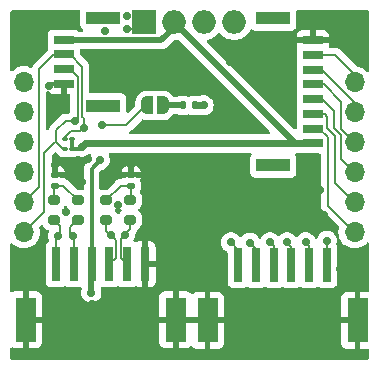
<source format=gbr>
%TF.GenerationSoftware,KiCad,Pcbnew,8.0.6-8.0.6-0~ubuntu22.04.1*%
%TF.CreationDate,2024-12-18T19:37:20+01:00*%
%TF.ProjectId,Xplore ERC IMU HAT,58706c6f-7265-4204-9552-4320494d5520,rev?*%
%TF.SameCoordinates,Original*%
%TF.FileFunction,Copper,L1,Top*%
%TF.FilePolarity,Positive*%
%FSLAX46Y46*%
G04 Gerber Fmt 4.6, Leading zero omitted, Abs format (unit mm)*
G04 Created by KiCad (PCBNEW 8.0.6-8.0.6-0~ubuntu22.04.1) date 2024-12-18 19:37:20*
%MOMM*%
%LPD*%
G01*
G04 APERTURE LIST*
G04 Aperture macros list*
%AMRoundRect*
0 Rectangle with rounded corners*
0 $1 Rounding radius*
0 $2 $3 $4 $5 $6 $7 $8 $9 X,Y pos of 4 corners*
0 Add a 4 corners polygon primitive as box body*
4,1,4,$2,$3,$4,$5,$6,$7,$8,$9,$2,$3,0*
0 Add four circle primitives for the rounded corners*
1,1,$1+$1,$2,$3*
1,1,$1+$1,$4,$5*
1,1,$1+$1,$6,$7*
1,1,$1+$1,$8,$9*
0 Add four rect primitives between the rounded corners*
20,1,$1+$1,$2,$3,$4,$5,0*
20,1,$1+$1,$4,$5,$6,$7,0*
20,1,$1+$1,$6,$7,$8,$9,0*
20,1,$1+$1,$8,$9,$2,$3,0*%
%AMFreePoly0*
4,1,19,0.500000,-0.750000,0.000000,-0.750000,0.000000,-0.744911,-0.071157,-0.744911,-0.207708,-0.704816,-0.327430,-0.627875,-0.420627,-0.520320,-0.479746,-0.390866,-0.500000,-0.250000,-0.500000,0.250000,-0.479746,0.390866,-0.420627,0.520320,-0.327430,0.627875,-0.207708,0.704816,-0.071157,0.744911,0.000000,0.744911,0.000000,0.750000,0.500000,0.750000,0.500000,-0.750000,0.500000,-0.750000,
$1*%
%AMFreePoly1*
4,1,19,0.000000,0.744911,0.071157,0.744911,0.207708,0.704816,0.327430,0.627875,0.420627,0.520320,0.479746,0.390866,0.500000,0.250000,0.500000,-0.250000,0.479746,-0.390866,0.420627,-0.520320,0.327430,-0.627875,0.207708,-0.704816,0.071157,-0.744911,0.000000,-0.744911,0.000000,-0.750000,-0.500000,-0.750000,-0.500000,0.750000,0.000000,0.750000,0.000000,0.744911,0.000000,0.744911,
$1*%
G04 Aperture macros list end*
%TA.AperFunction,SMDPad,CuDef*%
%ADD10FreePoly0,180.000000*%
%TD*%
%TA.AperFunction,SMDPad,CuDef*%
%ADD11FreePoly1,180.000000*%
%TD*%
%TA.AperFunction,SMDPad,CuDef*%
%ADD12RoundRect,0.200000X0.275000X-0.200000X0.275000X0.200000X-0.275000X0.200000X-0.275000X-0.200000X0*%
%TD*%
%TA.AperFunction,SMDPad,CuDef*%
%ADD13RoundRect,0.100000X-0.130000X-0.100000X0.130000X-0.100000X0.130000X0.100000X-0.130000X0.100000X0*%
%TD*%
%TA.AperFunction,SMDPad,CuDef*%
%ADD14RoundRect,0.200000X-0.275000X0.200000X-0.275000X-0.200000X0.275000X-0.200000X0.275000X0.200000X0*%
%TD*%
%TA.AperFunction,SMDPad,CuDef*%
%ADD15R,1.752600X0.660400*%
%TD*%
%TA.AperFunction,SMDPad,CuDef*%
%ADD16R,2.895600X1.092200*%
%TD*%
%TA.AperFunction,SMDPad,CuDef*%
%ADD17RoundRect,0.140000X0.170000X-0.140000X0.170000X0.140000X-0.170000X0.140000X-0.170000X-0.140000X0*%
%TD*%
%TA.AperFunction,SMDPad,CuDef*%
%ADD18R,0.800000X2.899999*%
%TD*%
%TA.AperFunction,SMDPad,CuDef*%
%ADD19R,1.800000X3.800000*%
%TD*%
%TA.AperFunction,ComponentPad*%
%ADD20R,2.000000X2.000000*%
%TD*%
%TA.AperFunction,ComponentPad*%
%ADD21O,2.000000X2.000000*%
%TD*%
%TA.AperFunction,ComponentPad*%
%ADD22O,1.700000X1.700000*%
%TD*%
%TA.AperFunction,SMDPad,CuDef*%
%ADD23RoundRect,0.135000X-0.135000X-0.185000X0.135000X-0.185000X0.135000X0.185000X-0.135000X0.185000X0*%
%TD*%
%TA.AperFunction,SMDPad,CuDef*%
%ADD24R,1.701800X0.660400*%
%TD*%
%TA.AperFunction,ViaPad*%
%ADD25C,0.700000*%
%TD*%
%TA.AperFunction,Conductor*%
%ADD26C,0.300000*%
%TD*%
%TA.AperFunction,Conductor*%
%ADD27C,0.200000*%
%TD*%
%TA.AperFunction,Conductor*%
%ADD28C,0.600000*%
%TD*%
%TA.AperFunction,Conductor*%
%ADD29C,0.500000*%
%TD*%
%TA.AperFunction,Conductor*%
%ADD30C,0.148300*%
%TD*%
G04 APERTURE END LIST*
D10*
%TO.P,JP1,1,A*%
%TO.N,/SLD_R2*%
X143300000Y-72000000D03*
D11*
%TO.P,JP1,2,B*%
%TO.N,/SLD_PIN*%
X142000000Y-72000000D03*
%TD*%
D12*
%TO.P,R1,1*%
%TO.N,/CANSCL+*%
X138550000Y-81675000D03*
%TO.P,R1,2*%
%TO.N,Net-(C3-Pad1)*%
X138550000Y-80025000D03*
%TD*%
D13*
%TO.P,R6,1*%
%TO.N,/SDA*%
X135013860Y-75650000D03*
%TO.P,R6,2*%
%TO.N,+3v3*%
X135653860Y-75650000D03*
%TD*%
D14*
%TO.P,R7,1*%
%TO.N,Net-(C4-Pad1)*%
X134100000Y-80025000D03*
%TO.P,R7,2*%
%TO.N,/CANSDA-*%
X134100000Y-81675000D03*
%TD*%
D12*
%TO.P,R3,1*%
%TO.N,/CANSCL-*%
X140550000Y-81675000D03*
%TO.P,R3,2*%
%TO.N,Net-(C3-Pad1)*%
X140550000Y-80025000D03*
%TD*%
D15*
%TO.P,J1,1,1*%
%TO.N,+3v3*%
X156026500Y-75225000D03*
%TO.P,J1,2,2*%
%TO.N,/INT1*%
X156026500Y-73975000D03*
%TO.P,J1,3,3*%
%TO.N,/INT2*%
X156026500Y-72725000D03*
%TO.P,J1,4,4*%
%TO.N,/INT3*%
X156026500Y-71475000D03*
%TO.P,J1,5,5*%
%TO.N,/INT4*%
X156026500Y-70225000D03*
%TO.P,J1,6,6*%
%TO.N,/MAG_INT*%
X156026500Y-68975000D03*
%TO.P,J1,7,7*%
%TO.N,/DRDY*%
X156026500Y-67725000D03*
%TO.P,J1,8,8*%
%TO.N,GND*%
X156026500Y-66475000D03*
D16*
%TO.P,J1,9*%
%TO.N,N/C*%
X152676499Y-64624998D03*
%TO.P,J1,10*%
X152676499Y-77075002D03*
%TD*%
D13*
%TO.P,R5,1*%
%TO.N,/SCL*%
X135003150Y-74850000D03*
%TO.P,R5,2*%
%TO.N,+3v3*%
X135643150Y-74850000D03*
%TD*%
D17*
%TO.P,C4,1*%
%TO.N,Net-(C4-Pad1)*%
X134200000Y-78830000D03*
%TO.P,C4,2*%
%TO.N,GND*%
X134200000Y-77870000D03*
%TD*%
D18*
%TO.P,J2,1,1*%
%TO.N,/INT1*%
X157204000Y-85500001D03*
%TO.P,J2,2,2*%
%TO.N,/INT2*%
X155704001Y-85500001D03*
%TO.P,J2,3,3*%
%TO.N,/INT3*%
X154204001Y-85500001D03*
%TO.P,J2,4,4*%
%TO.N,/INT4*%
X152703999Y-85500001D03*
%TO.P,J2,5,5*%
%TO.N,/MAG_INT*%
X151204000Y-85500001D03*
%TO.P,J2,6,6*%
%TO.N,/DRDY*%
X149704000Y-85500001D03*
D19*
%TO.P,J2,7,7*%
%TO.N,GND*%
X147104005Y-90200002D03*
%TO.P,J2,8,8*%
X159803995Y-90200002D03*
%TD*%
D18*
%TO.P,J5,1,1*%
%TO.N,/CANSDA-*%
X134304000Y-85450001D03*
%TO.P,J5,2,2*%
%TO.N,/CANSDA+*%
X135804000Y-85450001D03*
%TO.P,J5,3,3*%
%TO.N,+5V*%
X137303999Y-85450001D03*
%TO.P,J5,4,4*%
%TO.N,/CANSCL+*%
X138804001Y-85450001D03*
%TO.P,J5,5,5*%
%TO.N,/CANSCL-*%
X140304001Y-85450001D03*
%TO.P,J5,6,6*%
%TO.N,GND*%
X141804000Y-85450001D03*
D19*
%TO.P,J5,7,7*%
X131704005Y-90150002D03*
%TO.P,J5,8,8*%
X144403995Y-90150002D03*
%TD*%
D14*
%TO.P,R4,1*%
%TO.N,Net-(C4-Pad1)*%
X136100000Y-80025000D03*
%TO.P,R4,2*%
%TO.N,/CANSDA+*%
X136100000Y-81675000D03*
%TD*%
D20*
%TO.P,J4,1,GND*%
%TO.N,GND*%
X141740000Y-64960000D03*
D21*
%TO.P,J4,2,3.3V*%
%TO.N,+3v3*%
X144280000Y-64960000D03*
D22*
%TO.P,J4,3,SPI_SCK*%
%TO.N,unconnected-(J4-SPI_SCK-Pad3)*%
X131550000Y-70040000D03*
%TO.P,J4,4,SPI_MOSI*%
%TO.N,unconnected-(J4-SPI_MOSI-Pad4)*%
X131550000Y-72580000D03*
%TO.P,J4,5,SPI_MISO*%
%TO.N,unconnected-(J4-SPI_MISO-Pad5)*%
X131550000Y-75120000D03*
%TO.P,J4,6,SPI_CS*%
%TO.N,unconnected-(J4-SPI_CS-Pad6)*%
X131550000Y-77660000D03*
%TO.P,J4,7,I2C_SCL*%
%TO.N,/SCL*%
X131550000Y-80200000D03*
%TO.P,J4,8,I2C_SDA*%
%TO.N,/SDA*%
X131550000Y-82740000D03*
%TO.P,J4,9,GPIO_1*%
%TO.N,/INT1*%
X159550000Y-82740000D03*
%TO.P,J4,10,GPIO_2*%
%TO.N,/INT2*%
X159550000Y-80200000D03*
%TO.P,J4,11,GPIO_3*%
%TO.N,/INT3*%
X159550000Y-77660000D03*
%TO.P,J4,12,GPIO_4*%
%TO.N,/INT4*%
X159550000Y-75120000D03*
%TO.P,J4,13,GPIO_5*%
%TO.N,/MAG_INT*%
X159550000Y-72580000D03*
%TO.P,J4,14,GPIO_6*%
%TO.N,/DRDY*%
X159550000Y-70040000D03*
D21*
%TO.P,J4,15,5V*%
%TO.N,+5V*%
X146820000Y-64960000D03*
%TO.P,J4,16,5V*%
X149360000Y-64960000D03*
%TD*%
D23*
%TO.P,R2,1*%
%TO.N,/SLD_R2*%
X145000000Y-72000000D03*
%TO.P,R2,2*%
%TO.N,+5V*%
X146020000Y-72000000D03*
%TD*%
D24*
%TO.P,J3,1,1*%
%TO.N,+3v3*%
X134923500Y-66425000D03*
%TO.P,J3,2,2*%
%TO.N,/SCL*%
X134923500Y-67675000D03*
%TO.P,J3,3,3*%
%TO.N,/SDA*%
X134923500Y-68925000D03*
%TO.P,J3,4,4*%
%TO.N,GND*%
X134923500Y-70175000D03*
D16*
%TO.P,J3,5*%
%TO.N,N/C*%
X138273501Y-72024999D03*
%TO.P,J3,6*%
X138273501Y-64575001D03*
%TD*%
D17*
%TO.P,C3,1*%
%TO.N,Net-(C3-Pad1)*%
X140650000Y-78830000D03*
%TO.P,C3,2*%
%TO.N,GND*%
X140650000Y-77870000D03*
%TD*%
D25*
%TO.N,GND*%
X137450000Y-70161100D03*
X134750000Y-92000000D03*
X159737724Y-66915010D03*
X148955695Y-71700000D03*
X149050000Y-68300000D03*
X143250000Y-85500000D03*
X131613941Y-67822813D03*
X143150000Y-68550000D03*
X151650000Y-81000000D03*
X152800000Y-71650000D03*
X133850000Y-72700000D03*
X137350000Y-88800000D03*
X133650000Y-70350000D03*
X140300000Y-64400000D03*
X155408029Y-92000000D03*
X136000000Y-77000000D03*
X135100000Y-81000000D03*
X151191606Y-89106512D03*
X139550000Y-80450000D03*
X158300000Y-85850000D03*
X138450000Y-65700000D03*
X139708863Y-88517367D03*
X151173206Y-92000000D03*
X138450000Y-89450000D03*
X152650000Y-68400000D03*
X134200000Y-77050000D03*
X156061663Y-64738782D03*
X143500000Y-78500000D03*
X155000000Y-81150000D03*
X137000000Y-76500000D03*
X158737835Y-64827008D03*
X156650000Y-79200000D03*
X157000000Y-81300000D03*
X150000000Y-80950000D03*
X135290002Y-65151542D03*
X140650000Y-77050000D03*
X138751700Y-77500000D03*
X136500000Y-78500000D03*
X140500000Y-92000000D03*
X140300000Y-65550000D03*
X153350000Y-81100000D03*
X131662955Y-65568163D03*
X155226501Y-77192738D03*
X155432124Y-89120695D03*
%TO.N,+5V*%
X138010000Y-76648529D03*
X146770000Y-72000000D03*
X137265422Y-87850000D03*
%TO.N,+3v3*%
X136459612Y-75500000D03*
%TO.N,/CANSCL+*%
X138950000Y-82950000D03*
%TO.N,/CANSCL-*%
X140100000Y-82950000D03*
%TO.N,/CANSDA-*%
X134434620Y-83065380D03*
%TO.N,/CANSDA+*%
X135750000Y-83065380D03*
%TO.N,/INT3*%
X153827001Y-83600000D03*
%TO.N,/INT2*%
X155404001Y-83600000D03*
%TO.N,/MAG_INT*%
X150700000Y-83650000D03*
%TO.N,/DRDY*%
X149100000Y-83600000D03*
%TO.N,/INT1*%
X157200000Y-83450000D03*
%TO.N,/INT4*%
X152403999Y-83600000D03*
%TO.N,/SDA*%
X135911255Y-73318540D03*
%TO.N,/SCL*%
X136606486Y-73890080D03*
%TO.N,/SLD_PIN*%
X138150000Y-73700000D03*
%TD*%
D26*
%TO.N,GND*%
X133825000Y-70175000D02*
X134923500Y-70175000D01*
D27*
X134200000Y-77870000D02*
X134200000Y-77050000D01*
X140300000Y-65550000D02*
X141150000Y-65550000D01*
D26*
X133650000Y-70350000D02*
X133825000Y-70175000D01*
D27*
X141804000Y-85450001D02*
X143200001Y-85450001D01*
X143578995Y-90150002D02*
X143553995Y-90125002D01*
X140650000Y-77870000D02*
X140650000Y-77050000D01*
X141150000Y-65550000D02*
X141740000Y-64960000D01*
X143200001Y-85450001D02*
X143250000Y-85500000D01*
X137436100Y-70175000D02*
X137450000Y-70161100D01*
D28*
%TO.N,+5V*%
X146770000Y-72000000D02*
X146020000Y-72000000D01*
D29*
X137265422Y-87850000D02*
X137265422Y-85488578D01*
D26*
X137303999Y-77354530D02*
X137303999Y-85450001D01*
D29*
X146820000Y-64960000D02*
X146810000Y-64950000D01*
X137265422Y-85488578D02*
X137303999Y-85450001D01*
D26*
X138010000Y-76648529D02*
X137303999Y-77354530D01*
D29*
%TO.N,+3v3*%
X143200000Y-66500000D02*
X144270000Y-65430000D01*
D26*
X135653860Y-74860710D02*
X135643150Y-74850000D01*
D28*
X136734612Y-75225000D02*
X136459612Y-75500000D01*
X154545000Y-75225000D02*
X136734612Y-75225000D01*
X154545000Y-75225000D02*
X156026500Y-75225000D01*
D26*
X136309612Y-75650000D02*
X135653860Y-75650000D01*
D29*
X144270000Y-64970000D02*
X144270000Y-64950000D01*
D26*
X135653860Y-75650000D02*
X135653860Y-74860710D01*
D29*
X144270000Y-65180000D02*
X144270000Y-64950000D01*
D26*
X136459612Y-75500000D02*
X136309612Y-75650000D01*
D29*
X134998500Y-66500000D02*
X143200000Y-66500000D01*
D28*
X144280000Y-64960000D02*
X154545000Y-75225000D01*
D29*
X144270000Y-65430000D02*
X144270000Y-64950000D01*
X134923500Y-66425000D02*
X134998500Y-66500000D01*
D27*
%TO.N,Net-(C3-Pad1)*%
X140650000Y-79925000D02*
X140650000Y-78830000D01*
X140550000Y-80025000D02*
X140650000Y-79925000D01*
X140650000Y-78830000D02*
X139745000Y-78830000D01*
X139745000Y-78830000D02*
X138550000Y-80025000D01*
%TO.N,Net-(C4-Pad1)*%
X134100000Y-78930000D02*
X134200000Y-78830000D01*
X134905000Y-78830000D02*
X136100000Y-80025000D01*
X134100000Y-80025000D02*
X134100000Y-78930000D01*
X134200000Y-78830000D02*
X134905000Y-78830000D01*
D30*
%TO.N,/CANSCL+*%
X139329000Y-83379000D02*
X138550000Y-82600000D01*
X139329000Y-84925002D02*
X139329000Y-83379000D01*
X138550000Y-82600000D02*
X138550000Y-81675000D01*
X138804001Y-85450001D02*
X139329000Y-84925002D01*
%TO.N,/CANSCL-*%
X139779002Y-84925002D02*
X139779002Y-83270998D01*
X140304001Y-85450001D02*
X139779002Y-84925002D01*
X139779002Y-83270998D02*
X140550000Y-82500000D01*
X140550000Y-82500000D02*
X140550000Y-81675000D01*
%TO.N,/CANSDA-*%
X134100000Y-81675000D02*
X134650000Y-82225000D01*
X134650000Y-82225000D02*
X134650000Y-82850000D01*
X134304000Y-83196000D02*
X134304000Y-85450001D01*
X134650000Y-82850000D02*
X134304000Y-83196000D01*
%TO.N,/CANSDA+*%
X136100000Y-81675000D02*
X135500000Y-82275000D01*
X135500000Y-82275000D02*
X135500000Y-82815380D01*
X135500000Y-82815380D02*
X135804000Y-83119380D01*
X135804000Y-83119380D02*
X135804000Y-85450001D01*
D27*
%TO.N,/INT3*%
X154204001Y-83977000D02*
X154204001Y-85500001D01*
X153827001Y-83600000D02*
X154204001Y-83977000D01*
X156026500Y-71475000D02*
X156775000Y-71475000D01*
X158390000Y-74525685D02*
X158390000Y-76500000D01*
X156775000Y-71475000D02*
X157800000Y-72500000D01*
X157800000Y-73935685D02*
X158390000Y-74525685D01*
X157800000Y-72500000D02*
X157800000Y-73935685D01*
X158390000Y-76500000D02*
X159540000Y-77650000D01*
%TO.N,/INT2*%
X155404001Y-83600000D02*
X155704001Y-83900000D01*
X156026500Y-72725000D02*
X157025000Y-72725000D01*
X157025000Y-72725000D02*
X157250000Y-72950000D01*
X157900000Y-74601371D02*
X157900000Y-78550000D01*
X157900000Y-78550000D02*
X159540000Y-80190000D01*
X157250000Y-73951371D02*
X157900000Y-74601371D01*
X155704001Y-83900000D02*
X155704001Y-85500001D01*
X157250000Y-72950000D02*
X157250000Y-73951371D01*
%TO.N,/MAG_INT*%
X150700000Y-83650000D02*
X151204000Y-84154000D01*
X156825000Y-68975000D02*
X159540000Y-71690000D01*
X151204000Y-84154000D02*
X151204000Y-85500001D01*
X156026500Y-68975000D02*
X156825000Y-68975000D01*
X159540000Y-71690000D02*
X159540000Y-72570000D01*
%TO.N,/DRDY*%
X149100000Y-83600000D02*
X149704000Y-84204000D01*
X159540000Y-69340000D02*
X159540000Y-70030000D01*
X157925000Y-67725000D02*
X159540000Y-69340000D01*
X156026500Y-67725000D02*
X157925000Y-67725000D01*
X149704000Y-84204000D02*
X149704000Y-85500001D01*
%TO.N,/INT1*%
X157300000Y-80490000D02*
X159540000Y-82730000D01*
X157300000Y-74692000D02*
X157300000Y-80490000D01*
X157204000Y-83454000D02*
X157204000Y-85500001D01*
X156026500Y-73975000D02*
X156583000Y-73975000D01*
X156583000Y-73975000D02*
X157300000Y-74692000D01*
X157200000Y-83450000D02*
X157204000Y-83454000D01*
%TO.N,/INT4*%
X156929000Y-70225000D02*
X158400000Y-71696000D01*
X152403999Y-83600000D02*
X152703999Y-83900000D01*
X158400000Y-73970000D02*
X159205000Y-74775000D01*
X158400000Y-71696000D02*
X158400000Y-73970000D01*
X156026500Y-70225000D02*
X156929000Y-70225000D01*
X152403999Y-83550000D02*
X152403999Y-83600000D01*
X152703999Y-83900000D02*
X152703999Y-85500001D01*
%TO.N,/SDA*%
X133300000Y-76000000D02*
X134200000Y-75100000D01*
X134200000Y-75100000D02*
X134300000Y-75100000D01*
X136100000Y-73129795D02*
X136100000Y-69600000D01*
X133300000Y-80990000D02*
X133300000Y-76000000D01*
X135081460Y-73318540D02*
X134300000Y-74100000D01*
X134300000Y-74100000D02*
X134300000Y-75100000D01*
X134850000Y-75650000D02*
X135013860Y-75650000D01*
X131550000Y-82740000D02*
X133300000Y-80990000D01*
X134300000Y-75100000D02*
X134850000Y-75650000D01*
X135911255Y-73318540D02*
X136100000Y-73129795D01*
X135425000Y-68925000D02*
X134923500Y-68925000D01*
X136100000Y-69600000D02*
X135425000Y-68925000D01*
X135911255Y-73318540D02*
X135081460Y-73318540D01*
%TO.N,/SCL*%
X135444200Y-67675000D02*
X134923500Y-67675000D01*
X132858758Y-68891242D02*
X132858758Y-78891242D01*
X136606486Y-73890080D02*
X136331623Y-74164943D01*
X136606486Y-73890080D02*
X136606486Y-73106486D01*
X136331623Y-74164943D02*
X135509241Y-74164943D01*
X136500000Y-73000000D02*
X136500000Y-68730800D01*
X136606486Y-73106486D02*
X136500000Y-73000000D01*
X134923500Y-67675000D02*
X134075000Y-67675000D01*
X132858758Y-78891242D02*
X131550000Y-80200000D01*
X134075000Y-67675000D02*
X132858758Y-68891242D01*
X135003150Y-74671034D02*
X135003150Y-74850000D01*
X135509241Y-74164943D02*
X135003150Y-74671034D01*
X136500000Y-68730800D02*
X135444200Y-67675000D01*
D29*
%TO.N,/SLD_R2*%
X145000000Y-72000000D02*
X143300000Y-72000000D01*
D27*
%TO.N,/SLD_PIN*%
X141892400Y-72000000D02*
X142000000Y-72000000D01*
X140192400Y-73700000D02*
X141892400Y-72000000D01*
X138150000Y-73700000D02*
X140192400Y-73700000D01*
%TD*%
%TA.AperFunction,Conductor*%
%TO.N,GND*%
G36*
X150799658Y-76045185D02*
G01*
X150845413Y-76097989D01*
X150855357Y-76167147D01*
X150831885Y-76223810D01*
X150819308Y-76240612D01*
X150784903Y-76286570D01*
X150784901Y-76286573D01*
X150734607Y-76421419D01*
X150728863Y-76474855D01*
X150728200Y-76481025D01*
X150728199Y-76481037D01*
X150728199Y-77668972D01*
X150728200Y-77668978D01*
X150734607Y-77728585D01*
X150784901Y-77863430D01*
X150784905Y-77863437D01*
X150871151Y-77978646D01*
X150871154Y-77978649D01*
X150986363Y-78064895D01*
X150986370Y-78064899D01*
X151121216Y-78115193D01*
X151121215Y-78115193D01*
X151128143Y-78115937D01*
X151180826Y-78121602D01*
X154172171Y-78121601D01*
X154231782Y-78115193D01*
X154366630Y-78064898D01*
X154481845Y-77978648D01*
X154568095Y-77863433D01*
X154618390Y-77728585D01*
X154624799Y-77668975D01*
X154624798Y-76481030D01*
X154618390Y-76421419D01*
X154615063Y-76412500D01*
X154568096Y-76286573D01*
X154568094Y-76286570D01*
X154521112Y-76223810D01*
X154496695Y-76158348D01*
X154511546Y-76090075D01*
X154560951Y-76040669D01*
X154620379Y-76025500D01*
X154956558Y-76025500D01*
X154999891Y-76033318D01*
X155042717Y-76049291D01*
X155042716Y-76049291D01*
X155049644Y-76050035D01*
X155102327Y-76055700D01*
X156575500Y-76055699D01*
X156642539Y-76075384D01*
X156688294Y-76128187D01*
X156699500Y-76179699D01*
X156699500Y-80403330D01*
X156699499Y-80403348D01*
X156699499Y-80569054D01*
X156699498Y-80569054D01*
X156740423Y-80721785D01*
X156769358Y-80771900D01*
X156769359Y-80771904D01*
X156769360Y-80771904D01*
X156789429Y-80806666D01*
X156819479Y-80858714D01*
X156819481Y-80858717D01*
X156938349Y-80977585D01*
X156938355Y-80977590D01*
X158217233Y-82256468D01*
X158250718Y-82317791D01*
X158249327Y-82376241D01*
X158214939Y-82504583D01*
X158214936Y-82504596D01*
X158194341Y-82739999D01*
X158194341Y-82740000D01*
X158214936Y-82975403D01*
X158214938Y-82975413D01*
X158276094Y-83203655D01*
X158276096Y-83203659D01*
X158276097Y-83203663D01*
X158351830Y-83366073D01*
X158375965Y-83417830D01*
X158375967Y-83417834D01*
X158437985Y-83506404D01*
X158511505Y-83611401D01*
X158678599Y-83778495D01*
X158775384Y-83846265D01*
X158872165Y-83914032D01*
X158872167Y-83914033D01*
X158872170Y-83914035D01*
X159086337Y-84013903D01*
X159314592Y-84075063D01*
X159502918Y-84091539D01*
X159549999Y-84095659D01*
X159550000Y-84095659D01*
X159550001Y-84095659D01*
X159589234Y-84092226D01*
X159785408Y-84075063D01*
X160013663Y-84013903D01*
X160227830Y-83914035D01*
X160421401Y-83778495D01*
X160587993Y-83611902D01*
X160649314Y-83578419D01*
X160719005Y-83583403D01*
X160774939Y-83625274D01*
X160799356Y-83690739D01*
X160799672Y-83699584D01*
X160799708Y-87676001D01*
X160780024Y-87743041D01*
X160727220Y-87788796D01*
X160675708Y-87800002D01*
X160053995Y-87800002D01*
X160053995Y-92600002D01*
X160675752Y-92600002D01*
X160742791Y-92619687D01*
X160788546Y-92672491D01*
X160799752Y-92724001D01*
X160799757Y-93284546D01*
X160798230Y-93303945D01*
X160790410Y-93353318D01*
X160778422Y-93390214D01*
X160760213Y-93425952D01*
X160737412Y-93457336D01*
X160709048Y-93485702D01*
X160677664Y-93508506D01*
X160663891Y-93515525D01*
X160641925Y-93526718D01*
X160605030Y-93538707D01*
X160555843Y-93546500D01*
X160536450Y-93548028D01*
X160489568Y-93548031D01*
X160489440Y-93548041D01*
X130666066Y-93555430D01*
X130646644Y-93553904D01*
X130596665Y-93545991D01*
X130559787Y-93534015D01*
X130523477Y-93515525D01*
X130492094Y-93492737D01*
X130485054Y-93485702D01*
X130463276Y-93463938D01*
X130440471Y-93432578D01*
X130421954Y-93396281D01*
X130409950Y-93359408D01*
X130408981Y-93353318D01*
X130402039Y-93309667D01*
X130400500Y-93290190D01*
X130400500Y-92611744D01*
X130420185Y-92544705D01*
X130472989Y-92498950D01*
X130542147Y-92489006D01*
X130567833Y-92495562D01*
X130696625Y-92543598D01*
X130696632Y-92543600D01*
X130756160Y-92550001D01*
X130756177Y-92550002D01*
X131454005Y-92550002D01*
X131954005Y-92550002D01*
X132651833Y-92550002D01*
X132651849Y-92550001D01*
X132711377Y-92543600D01*
X132711384Y-92543598D01*
X132846091Y-92493356D01*
X132846098Y-92493352D01*
X132961192Y-92407192D01*
X132961195Y-92407189D01*
X133047355Y-92292095D01*
X133047359Y-92292088D01*
X133097601Y-92157381D01*
X133097603Y-92157374D01*
X133104004Y-92097846D01*
X143003995Y-92097846D01*
X143010396Y-92157374D01*
X143010398Y-92157381D01*
X143060640Y-92292088D01*
X143060644Y-92292095D01*
X143146804Y-92407189D01*
X143146807Y-92407192D01*
X143261901Y-92493352D01*
X143261908Y-92493356D01*
X143396615Y-92543598D01*
X143396622Y-92543600D01*
X143456150Y-92550001D01*
X143456167Y-92550002D01*
X144153995Y-92550002D01*
X144653995Y-92550002D01*
X145351823Y-92550002D01*
X145351839Y-92550001D01*
X145411367Y-92543600D01*
X145411374Y-92543598D01*
X145546081Y-92493356D01*
X145546088Y-92493352D01*
X145656894Y-92410403D01*
X145722358Y-92385985D01*
X145790631Y-92400836D01*
X145830471Y-92435357D01*
X145846817Y-92457192D01*
X145961911Y-92543352D01*
X145961918Y-92543356D01*
X146096625Y-92593598D01*
X146096632Y-92593600D01*
X146156160Y-92600001D01*
X146156177Y-92600002D01*
X146854005Y-92600002D01*
X147354005Y-92600002D01*
X148051833Y-92600002D01*
X148051849Y-92600001D01*
X148111377Y-92593600D01*
X148111384Y-92593598D01*
X148246091Y-92543356D01*
X148246098Y-92543352D01*
X148361192Y-92457192D01*
X148361195Y-92457189D01*
X148447355Y-92342095D01*
X148447359Y-92342088D01*
X148497601Y-92207381D01*
X148497603Y-92207374D01*
X148504004Y-92147846D01*
X158403995Y-92147846D01*
X158410396Y-92207374D01*
X158410398Y-92207381D01*
X158460640Y-92342088D01*
X158460644Y-92342095D01*
X158546804Y-92457189D01*
X158546807Y-92457192D01*
X158661901Y-92543352D01*
X158661908Y-92543356D01*
X158796615Y-92593598D01*
X158796622Y-92593600D01*
X158856150Y-92600001D01*
X158856167Y-92600002D01*
X159553995Y-92600002D01*
X159553995Y-90450002D01*
X158403995Y-90450002D01*
X158403995Y-92147846D01*
X148504004Y-92147846D01*
X148504005Y-92147829D01*
X148504005Y-90450002D01*
X147354005Y-90450002D01*
X147354005Y-92600002D01*
X146854005Y-92600002D01*
X146854005Y-90450002D01*
X145762367Y-90450002D01*
X145695328Y-90430317D01*
X145674686Y-90413683D01*
X145661005Y-90400002D01*
X144653995Y-90400002D01*
X144653995Y-92550002D01*
X144153995Y-92550002D01*
X144153995Y-90400002D01*
X143003995Y-90400002D01*
X143003995Y-92097846D01*
X133104004Y-92097846D01*
X133104005Y-92097829D01*
X133104005Y-90400002D01*
X131954005Y-90400002D01*
X131954005Y-92550002D01*
X131454005Y-92550002D01*
X131454005Y-89900002D01*
X131954005Y-89900002D01*
X133104005Y-89900002D01*
X133104005Y-88202174D01*
X133104004Y-88202157D01*
X133097603Y-88142629D01*
X133097601Y-88142622D01*
X133047359Y-88007915D01*
X133047355Y-88007908D01*
X132961195Y-87892814D01*
X132961192Y-87892811D01*
X132846098Y-87806651D01*
X132846091Y-87806647D01*
X132711384Y-87756405D01*
X132711377Y-87756403D01*
X132651849Y-87750002D01*
X131954005Y-87750002D01*
X131954005Y-89900002D01*
X131454005Y-89900002D01*
X131454005Y-87750002D01*
X130756160Y-87750002D01*
X130696632Y-87756403D01*
X130696624Y-87756405D01*
X130567833Y-87804441D01*
X130498141Y-87809425D01*
X130436818Y-87775940D01*
X130403334Y-87714616D01*
X130400500Y-87688259D01*
X130400500Y-83799758D01*
X130420185Y-83732719D01*
X130472989Y-83686964D01*
X130542147Y-83677020D01*
X130605703Y-83706045D01*
X130612181Y-83712077D01*
X130678599Y-83778495D01*
X130775384Y-83846265D01*
X130872165Y-83914032D01*
X130872167Y-83914033D01*
X130872170Y-83914035D01*
X131086337Y-84013903D01*
X131314592Y-84075063D01*
X131502918Y-84091539D01*
X131549999Y-84095659D01*
X131550000Y-84095659D01*
X131550001Y-84095659D01*
X131589234Y-84092226D01*
X131785408Y-84075063D01*
X132013663Y-84013903D01*
X132227830Y-83914035D01*
X132421401Y-83778495D01*
X132588495Y-83611401D01*
X132724035Y-83417830D01*
X132823903Y-83203663D01*
X132885063Y-82975408D01*
X132905659Y-82740000D01*
X132904067Y-82721809D01*
X132896619Y-82636671D01*
X132885063Y-82504592D01*
X132850671Y-82376239D01*
X132852334Y-82306393D01*
X132882763Y-82256470D01*
X132991658Y-82147576D01*
X133052978Y-82114093D01*
X133122670Y-82119077D01*
X133178603Y-82160949D01*
X133185452Y-82171108D01*
X133269528Y-82310185D01*
X133269531Y-82310189D01*
X133389811Y-82430469D01*
X133389813Y-82430470D01*
X133389815Y-82430472D01*
X133535394Y-82518478D01*
X133584775Y-82533865D01*
X133642921Y-82572601D01*
X133670896Y-82636626D01*
X133659815Y-82705611D01*
X133655275Y-82714244D01*
X133653369Y-82717544D01*
X133598124Y-82887572D01*
X133598123Y-82887574D01*
X133579435Y-83065380D01*
X133598123Y-83243185D01*
X133598124Y-83243187D01*
X133653367Y-83413209D01*
X133653370Y-83413215D01*
X133656034Y-83417830D01*
X133658488Y-83422079D01*
X133674961Y-83489979D01*
X133652109Y-83556006D01*
X133625413Y-83583345D01*
X133546452Y-83642456D01*
X133460206Y-83757665D01*
X133460202Y-83757672D01*
X133409908Y-83892518D01*
X133403501Y-83952117D01*
X133403500Y-83952136D01*
X133403500Y-86947871D01*
X133403501Y-86947877D01*
X133409908Y-87007484D01*
X133460202Y-87142329D01*
X133460206Y-87142336D01*
X133546452Y-87257545D01*
X133546455Y-87257548D01*
X133661664Y-87343794D01*
X133661671Y-87343798D01*
X133796517Y-87394092D01*
X133796516Y-87394092D01*
X133802842Y-87394772D01*
X133856127Y-87400501D01*
X134751872Y-87400500D01*
X134811483Y-87394092D01*
X134879225Y-87368826D01*
X134946329Y-87343798D01*
X134946329Y-87343797D01*
X134946331Y-87343797D01*
X134979689Y-87318824D01*
X135045151Y-87294407D01*
X135113425Y-87309258D01*
X135128305Y-87318821D01*
X135161669Y-87343797D01*
X135161670Y-87343797D01*
X135161670Y-87343798D01*
X135296517Y-87394092D01*
X135296516Y-87394092D01*
X135302842Y-87394772D01*
X135356127Y-87400501D01*
X136251872Y-87400500D01*
X136311483Y-87394092D01*
X136311485Y-87394091D01*
X136311487Y-87394091D01*
X136319031Y-87392309D01*
X136319613Y-87394772D01*
X136376973Y-87390653D01*
X136438306Y-87424121D01*
X136471809Y-87485434D01*
X136468581Y-87550144D01*
X136428927Y-87672189D01*
X136428925Y-87672194D01*
X136410237Y-87850000D01*
X136428925Y-88027805D01*
X136428926Y-88027807D01*
X136484169Y-88197829D01*
X136484172Y-88197835D01*
X136573563Y-88352665D01*
X136615234Y-88398946D01*
X136693186Y-88485521D01*
X136693189Y-88485523D01*
X136693192Y-88485526D01*
X136837829Y-88590612D01*
X137001155Y-88663329D01*
X137176031Y-88700500D01*
X137176032Y-88700500D01*
X137354811Y-88700500D01*
X137354813Y-88700500D01*
X137529689Y-88663329D01*
X137693015Y-88590612D01*
X137837652Y-88485526D01*
X137957281Y-88352665D01*
X138044177Y-88202157D01*
X143003995Y-88202157D01*
X143003995Y-89900002D01*
X144153995Y-89900002D01*
X144653995Y-89900002D01*
X145745633Y-89900002D01*
X145812672Y-89919687D01*
X145833314Y-89936321D01*
X145846995Y-89950002D01*
X146854005Y-89950002D01*
X147354005Y-89950002D01*
X148504005Y-89950002D01*
X148504005Y-88252174D01*
X148504004Y-88252157D01*
X158403995Y-88252157D01*
X158403995Y-89950002D01*
X159553995Y-89950002D01*
X159553995Y-87800002D01*
X158856150Y-87800002D01*
X158796622Y-87806403D01*
X158796615Y-87806405D01*
X158661908Y-87856647D01*
X158661901Y-87856651D01*
X158546807Y-87942811D01*
X158546804Y-87942814D01*
X158460644Y-88057908D01*
X158460640Y-88057915D01*
X158410398Y-88192622D01*
X158410396Y-88192629D01*
X158403995Y-88252157D01*
X148504004Y-88252157D01*
X148497603Y-88192629D01*
X148497601Y-88192622D01*
X148447359Y-88057915D01*
X148447355Y-88057908D01*
X148361195Y-87942814D01*
X148361192Y-87942811D01*
X148246098Y-87856651D01*
X148246091Y-87856647D01*
X148111384Y-87806405D01*
X148111377Y-87806403D01*
X148051849Y-87800002D01*
X147354005Y-87800002D01*
X147354005Y-89950002D01*
X146854005Y-89950002D01*
X146854005Y-87800002D01*
X146156160Y-87800002D01*
X146096632Y-87806403D01*
X146096625Y-87806405D01*
X145961918Y-87856647D01*
X145961916Y-87856649D01*
X145851105Y-87939602D01*
X145785641Y-87964019D01*
X145717368Y-87949167D01*
X145677527Y-87914645D01*
X145661183Y-87892812D01*
X145661182Y-87892811D01*
X145546088Y-87806651D01*
X145546081Y-87806647D01*
X145411374Y-87756405D01*
X145411367Y-87756403D01*
X145351839Y-87750002D01*
X144653995Y-87750002D01*
X144653995Y-89900002D01*
X144153995Y-89900002D01*
X144153995Y-87750002D01*
X143456150Y-87750002D01*
X143396622Y-87756403D01*
X143396615Y-87756405D01*
X143261908Y-87806647D01*
X143261901Y-87806651D01*
X143146807Y-87892811D01*
X143146804Y-87892814D01*
X143060644Y-88007908D01*
X143060640Y-88007915D01*
X143010398Y-88142622D01*
X143010396Y-88142629D01*
X143003995Y-88202157D01*
X138044177Y-88202157D01*
X138046672Y-88197835D01*
X138101919Y-88027803D01*
X138120607Y-87850000D01*
X138101919Y-87672197D01*
X138051622Y-87517399D01*
X138049627Y-87447558D01*
X138085707Y-87387725D01*
X138148408Y-87356897D01*
X138212884Y-87362898D01*
X138296518Y-87394092D01*
X138356128Y-87400501D01*
X139251873Y-87400500D01*
X139311484Y-87394092D01*
X139379226Y-87368826D01*
X139446330Y-87343798D01*
X139446330Y-87343797D01*
X139446332Y-87343797D01*
X139479690Y-87318824D01*
X139545152Y-87294407D01*
X139613426Y-87309258D01*
X139628306Y-87318821D01*
X139661670Y-87343797D01*
X139661671Y-87343797D01*
X139661671Y-87343798D01*
X139796518Y-87394092D01*
X139796517Y-87394092D01*
X139802843Y-87394772D01*
X139856128Y-87400501D01*
X140751873Y-87400500D01*
X140811484Y-87394092D01*
X140946332Y-87343797D01*
X140980106Y-87318513D01*
X141045569Y-87294096D01*
X141113842Y-87308947D01*
X141128728Y-87318514D01*
X141161906Y-87343351D01*
X141161913Y-87343355D01*
X141296620Y-87393597D01*
X141296627Y-87393599D01*
X141356155Y-87400000D01*
X141356172Y-87400001D01*
X141554000Y-87400001D01*
X142054000Y-87400001D01*
X142251828Y-87400001D01*
X142251844Y-87400000D01*
X142311372Y-87393599D01*
X142311379Y-87393597D01*
X142446086Y-87343355D01*
X142446093Y-87343351D01*
X142561187Y-87257191D01*
X142561190Y-87257188D01*
X142647350Y-87142094D01*
X142647354Y-87142087D01*
X142697596Y-87007380D01*
X142697598Y-87007373D01*
X142703999Y-86947845D01*
X142704000Y-86947828D01*
X142704000Y-85700001D01*
X142054000Y-85700001D01*
X142054000Y-87400001D01*
X141554000Y-87400001D01*
X141554000Y-85200001D01*
X142054000Y-85200001D01*
X142704000Y-85200001D01*
X142704000Y-83952173D01*
X142703999Y-83952156D01*
X142697598Y-83892628D01*
X142697596Y-83892621D01*
X142647354Y-83757914D01*
X142647350Y-83757907D01*
X142561190Y-83642813D01*
X142561187Y-83642810D01*
X142504001Y-83600000D01*
X148244815Y-83600000D01*
X148263503Y-83777805D01*
X148263504Y-83777807D01*
X148318747Y-83947829D01*
X148318750Y-83947835D01*
X148408141Y-84102665D01*
X148449812Y-84148946D01*
X148527764Y-84235521D01*
X148527767Y-84235523D01*
X148527770Y-84235526D01*
X148672407Y-84340612D01*
X148729937Y-84366226D01*
X148783172Y-84411474D01*
X148803494Y-84478323D01*
X148803500Y-84479504D01*
X148803500Y-86997871D01*
X148803501Y-86997877D01*
X148809908Y-87057484D01*
X148860202Y-87192329D01*
X148860206Y-87192336D01*
X148946452Y-87307545D01*
X148946455Y-87307548D01*
X149061664Y-87393794D01*
X149061671Y-87393798D01*
X149196517Y-87444092D01*
X149196516Y-87444092D01*
X149203444Y-87444836D01*
X149256127Y-87450501D01*
X150151872Y-87450500D01*
X150211483Y-87444092D01*
X150328357Y-87400501D01*
X150346329Y-87393798D01*
X150346329Y-87393797D01*
X150346331Y-87393797D01*
X150379689Y-87368824D01*
X150445151Y-87344407D01*
X150513425Y-87359258D01*
X150528305Y-87368821D01*
X150561669Y-87393797D01*
X150561670Y-87393797D01*
X150561670Y-87393798D01*
X150696517Y-87444092D01*
X150696516Y-87444092D01*
X150703444Y-87444836D01*
X150756127Y-87450501D01*
X151651872Y-87450500D01*
X151711483Y-87444092D01*
X151846331Y-87393797D01*
X151879691Y-87368823D01*
X151945148Y-87344407D01*
X152013421Y-87359257D01*
X152028308Y-87368823D01*
X152059680Y-87392309D01*
X152061667Y-87393796D01*
X152061670Y-87393798D01*
X152196516Y-87444092D01*
X152196515Y-87444092D01*
X152203443Y-87444836D01*
X152256126Y-87450501D01*
X153151871Y-87450500D01*
X153211482Y-87444092D01*
X153346330Y-87393797D01*
X153379688Y-87368824D01*
X153445152Y-87344407D01*
X153513426Y-87359258D01*
X153528310Y-87368824D01*
X153559682Y-87392309D01*
X153561669Y-87393796D01*
X153561672Y-87393798D01*
X153696518Y-87444092D01*
X153696517Y-87444092D01*
X153703445Y-87444836D01*
X153756128Y-87450501D01*
X154651873Y-87450500D01*
X154711484Y-87444092D01*
X154828358Y-87400501D01*
X154846330Y-87393798D01*
X154846330Y-87393797D01*
X154846332Y-87393797D01*
X154879690Y-87368824D01*
X154945152Y-87344407D01*
X155013426Y-87359258D01*
X155028306Y-87368821D01*
X155061670Y-87393797D01*
X155061671Y-87393797D01*
X155061671Y-87393798D01*
X155196518Y-87444092D01*
X155196517Y-87444092D01*
X155203445Y-87444836D01*
X155256128Y-87450501D01*
X156151873Y-87450500D01*
X156211484Y-87444092D01*
X156346332Y-87393797D01*
X156379692Y-87368823D01*
X156445149Y-87344407D01*
X156513422Y-87359257D01*
X156528309Y-87368823D01*
X156559681Y-87392309D01*
X156561668Y-87393796D01*
X156561671Y-87393798D01*
X156696517Y-87444092D01*
X156696516Y-87444092D01*
X156703444Y-87444836D01*
X156756127Y-87450501D01*
X157651872Y-87450500D01*
X157711483Y-87444092D01*
X157846331Y-87393797D01*
X157961546Y-87307547D01*
X158047796Y-87192332D01*
X158098091Y-87057484D01*
X158104500Y-86997874D01*
X158104499Y-84002129D01*
X158098091Y-83942518D01*
X158087466Y-83914032D01*
X158047797Y-83807673D01*
X158047796Y-83807670D01*
X158037695Y-83794178D01*
X158013279Y-83728717D01*
X158019032Y-83681550D01*
X158036497Y-83627803D01*
X158055185Y-83450000D01*
X158036497Y-83272197D01*
X157995927Y-83147335D01*
X157981252Y-83102170D01*
X157981249Y-83102164D01*
X157978461Y-83097335D01*
X157891859Y-82947335D01*
X157845003Y-82895296D01*
X157772235Y-82814478D01*
X157772232Y-82814476D01*
X157772231Y-82814475D01*
X157772230Y-82814474D01*
X157627593Y-82709388D01*
X157464267Y-82636671D01*
X157464265Y-82636670D01*
X157336594Y-82609533D01*
X157289391Y-82599500D01*
X157110609Y-82599500D01*
X157079954Y-82606015D01*
X156935733Y-82636670D01*
X156935728Y-82636672D01*
X156772408Y-82709387D01*
X156627768Y-82814475D01*
X156508140Y-82947336D01*
X156418750Y-83102164D01*
X156418748Y-83102168D01*
X156389540Y-83192062D01*
X156350102Y-83249737D01*
X156285743Y-83276935D01*
X156216897Y-83265020D01*
X156165421Y-83217776D01*
X156164277Y-83215837D01*
X156095860Y-83097335D01*
X156087905Y-83088501D01*
X155976236Y-82964478D01*
X155976233Y-82964476D01*
X155976232Y-82964475D01*
X155976231Y-82964474D01*
X155831594Y-82859388D01*
X155668268Y-82786671D01*
X155668266Y-82786670D01*
X155540595Y-82759533D01*
X155493392Y-82749500D01*
X155314610Y-82749500D01*
X155283955Y-82756015D01*
X155139734Y-82786670D01*
X155139729Y-82786672D01*
X154976409Y-82859387D01*
X154831769Y-82964475D01*
X154707794Y-83102164D01*
X154705612Y-83100199D01*
X154660259Y-83135029D01*
X154590634Y-83140869D01*
X154528904Y-83108140D01*
X154523498Y-83101902D01*
X154523208Y-83102164D01*
X154399236Y-82964478D01*
X154399233Y-82964476D01*
X154399232Y-82964475D01*
X154399231Y-82964474D01*
X154254594Y-82859388D01*
X154091268Y-82786671D01*
X154091266Y-82786670D01*
X153963595Y-82759533D01*
X153916392Y-82749500D01*
X153737610Y-82749500D01*
X153706955Y-82756015D01*
X153562734Y-82786670D01*
X153562729Y-82786672D01*
X153399409Y-82859387D01*
X153254769Y-82964475D01*
X153207649Y-83016807D01*
X153148162Y-83053455D01*
X153078305Y-83052124D01*
X153023350Y-83016806D01*
X152976234Y-82964478D01*
X152976231Y-82964476D01*
X152976230Y-82964475D01*
X152976229Y-82964474D01*
X152831592Y-82859388D01*
X152668266Y-82786671D01*
X152668264Y-82786670D01*
X152540593Y-82759533D01*
X152493390Y-82749500D01*
X152314608Y-82749500D01*
X152283953Y-82756015D01*
X152139732Y-82786670D01*
X152139727Y-82786672D01*
X151976407Y-82859387D01*
X151831767Y-82964475D01*
X151712140Y-83097334D01*
X151644952Y-83213707D01*
X151594385Y-83261922D01*
X151525777Y-83275144D01*
X151460913Y-83249176D01*
X151430179Y-83213707D01*
X151391859Y-83147335D01*
X151380779Y-83135029D01*
X151272235Y-83014478D01*
X151272232Y-83014476D01*
X151272231Y-83014475D01*
X151272230Y-83014474D01*
X151127593Y-82909388D01*
X150964267Y-82836671D01*
X150964265Y-82836670D01*
X150836594Y-82809533D01*
X150789391Y-82799500D01*
X150610609Y-82799500D01*
X150579954Y-82806015D01*
X150435733Y-82836670D01*
X150435728Y-82836672D01*
X150272408Y-82909387D01*
X150127768Y-83014475D01*
X150008148Y-83147326D01*
X149948662Y-83183974D01*
X149878805Y-83182643D01*
X149820757Y-83143756D01*
X149808611Y-83126351D01*
X149794649Y-83102168D01*
X149791859Y-83097335D01*
X149791858Y-83097334D01*
X149672235Y-82964478D01*
X149672232Y-82964476D01*
X149672231Y-82964475D01*
X149672230Y-82964474D01*
X149527593Y-82859388D01*
X149364267Y-82786671D01*
X149364265Y-82786670D01*
X149236594Y-82759533D01*
X149189391Y-82749500D01*
X149010609Y-82749500D01*
X148979954Y-82756015D01*
X148835733Y-82786670D01*
X148835728Y-82786672D01*
X148672408Y-82859387D01*
X148527768Y-82964475D01*
X148408140Y-83097336D01*
X148318750Y-83252164D01*
X148318747Y-83252170D01*
X148263504Y-83422192D01*
X148263503Y-83422194D01*
X148244815Y-83600000D01*
X142504001Y-83600000D01*
X142446093Y-83556650D01*
X142446086Y-83556646D01*
X142311379Y-83506404D01*
X142311372Y-83506402D01*
X142251844Y-83500001D01*
X142054000Y-83500001D01*
X142054000Y-85200001D01*
X141554000Y-85200001D01*
X141554000Y-83500001D01*
X141356155Y-83500001D01*
X141296627Y-83506402D01*
X141296620Y-83506404D01*
X141161913Y-83556646D01*
X141161911Y-83556647D01*
X141128727Y-83581489D01*
X141063262Y-83605905D01*
X140994989Y-83591053D01*
X140980106Y-83581488D01*
X140946332Y-83556205D01*
X140946329Y-83556203D01*
X140907392Y-83541681D01*
X140851458Y-83499810D01*
X140827041Y-83434346D01*
X140841892Y-83366073D01*
X140843284Y-83363593D01*
X140881250Y-83297835D01*
X140936497Y-83127803D01*
X140955185Y-82950000D01*
X140955184Y-82949997D01*
X140955587Y-82946171D01*
X140982172Y-82881557D01*
X140991229Y-82871450D01*
X140995707Y-82866971D01*
X141009835Y-82852844D01*
X141085489Y-82721807D01*
X141089829Y-82705611D01*
X141095397Y-82684833D01*
X141108301Y-82636671D01*
X141124651Y-82575654D01*
X141124651Y-82575645D01*
X141125712Y-82567594D01*
X141128859Y-82568008D01*
X141144336Y-82515302D01*
X141184502Y-82476224D01*
X141260180Y-82430475D01*
X141260179Y-82430475D01*
X141260185Y-82430472D01*
X141380472Y-82310185D01*
X141468478Y-82164606D01*
X141519086Y-82002196D01*
X141525500Y-81931616D01*
X141525500Y-81418384D01*
X141519086Y-81347804D01*
X141468478Y-81185394D01*
X141380472Y-81039815D01*
X141380470Y-81039813D01*
X141380469Y-81039811D01*
X141278339Y-80937681D01*
X141244854Y-80876358D01*
X141249838Y-80806666D01*
X141278339Y-80762319D01*
X141380468Y-80660189D01*
X141380469Y-80660188D01*
X141380472Y-80660185D01*
X141468478Y-80514606D01*
X141519086Y-80352196D01*
X141525500Y-80281616D01*
X141525500Y-79768384D01*
X141519086Y-79697804D01*
X141468478Y-79535394D01*
X141386161Y-79399226D01*
X141368326Y-79331675D01*
X141385547Y-79271959D01*
X141412494Y-79226395D01*
X141457643Y-79070993D01*
X141460500Y-79034690D01*
X141460500Y-78625310D01*
X141457643Y-78589007D01*
X141444950Y-78545319D01*
X141412495Y-78433609D01*
X141412494Y-78433605D01*
X141400089Y-78412630D01*
X141382906Y-78344909D01*
X141400091Y-78286384D01*
X141412032Y-78266194D01*
X141454504Y-78120000D01*
X141148352Y-78120000D01*
X141085233Y-78102732D01*
X141076395Y-78097506D01*
X141076393Y-78097505D01*
X141076389Y-78097503D01*
X140920997Y-78052357D01*
X140920991Y-78052356D01*
X140884697Y-78049500D01*
X140884690Y-78049500D01*
X140415310Y-78049500D01*
X140415302Y-78049500D01*
X140379008Y-78052356D01*
X140379002Y-78052357D01*
X140223610Y-78097503D01*
X140223605Y-78097506D01*
X140214766Y-78102732D01*
X140151648Y-78120000D01*
X139845495Y-78120000D01*
X139831037Y-78139255D01*
X139831033Y-78140774D01*
X139793091Y-78199444D01*
X139729453Y-78228288D01*
X139712156Y-78229500D01*
X139665942Y-78229500D01*
X139513213Y-78270423D01*
X139478022Y-78290742D01*
X139478021Y-78290742D01*
X139376287Y-78349477D01*
X139376282Y-78349481D01*
X139264478Y-78461286D01*
X138637584Y-79088181D01*
X138576261Y-79121666D01*
X138549903Y-79124500D01*
X138218384Y-79124500D01*
X138165449Y-79129310D01*
X138147803Y-79130914D01*
X138115387Y-79141015D01*
X138045527Y-79142165D01*
X137986135Y-79105363D01*
X137956068Y-79042293D01*
X137954499Y-79022629D01*
X137954499Y-77675338D01*
X137970748Y-77620000D01*
X139845496Y-77620000D01*
X140400000Y-77620000D01*
X140900000Y-77620000D01*
X141454504Y-77620000D01*
X141412031Y-77473804D01*
X141329721Y-77334625D01*
X141329714Y-77334616D01*
X141215383Y-77220285D01*
X141215374Y-77220278D01*
X141076195Y-77137968D01*
X141076190Y-77137966D01*
X140920918Y-77092855D01*
X140920912Y-77092854D01*
X140900000Y-77091209D01*
X140900000Y-77620000D01*
X140400000Y-77620000D01*
X140400000Y-77091210D01*
X140399999Y-77091209D01*
X140379087Y-77092854D01*
X140379081Y-77092855D01*
X140223809Y-77137966D01*
X140223804Y-77137968D01*
X140084625Y-77220278D01*
X140084616Y-77220285D01*
X139970285Y-77334616D01*
X139970278Y-77334625D01*
X139887968Y-77473804D01*
X139845496Y-77620000D01*
X137970748Y-77620000D01*
X137974184Y-77608299D01*
X137990818Y-77587657D01*
X138048091Y-77530384D01*
X138109414Y-77496899D01*
X138109642Y-77496849D01*
X138244978Y-77468083D01*
X138274263Y-77461859D01*
X138274263Y-77461858D01*
X138274267Y-77461858D01*
X138437593Y-77389141D01*
X138582230Y-77284055D01*
X138701859Y-77151194D01*
X138791250Y-76996364D01*
X138846497Y-76826332D01*
X138865185Y-76648529D01*
X138846497Y-76470726D01*
X138802412Y-76335046D01*
X138791252Y-76300699D01*
X138791250Y-76300696D01*
X138791250Y-76300694D01*
X138739754Y-76211500D01*
X138723281Y-76143599D01*
X138746134Y-76077573D01*
X138801055Y-76034382D01*
X138847141Y-76025500D01*
X150732619Y-76025500D01*
X150799658Y-76045185D01*
G37*
%TD.AperFunction*%
%TA.AperFunction,Conductor*%
G36*
X135178599Y-80523533D02*
G01*
X135206115Y-80555287D01*
X135214439Y-80569057D01*
X135269530Y-80660188D01*
X135371661Y-80762319D01*
X135405146Y-80823642D01*
X135400162Y-80893334D01*
X135371661Y-80937681D01*
X135269531Y-81039810D01*
X135269528Y-81039814D01*
X135206116Y-81144710D01*
X135154588Y-81191897D01*
X135085729Y-81203735D01*
X135021400Y-81176466D01*
X134993884Y-81144710D01*
X134930471Y-81039814D01*
X134930468Y-81039810D01*
X134828339Y-80937681D01*
X134794854Y-80876358D01*
X134799838Y-80806666D01*
X134828339Y-80762319D01*
X134930468Y-80660189D01*
X134930469Y-80660188D01*
X134930472Y-80660185D01*
X134993884Y-80555288D01*
X135045411Y-80508102D01*
X135114271Y-80496264D01*
X135178599Y-80523533D01*
G37*
%TD.AperFunction*%
%TA.AperFunction,Conductor*%
G36*
X139628599Y-80523533D02*
G01*
X139656115Y-80555287D01*
X139664439Y-80569057D01*
X139719530Y-80660188D01*
X139821661Y-80762319D01*
X139855146Y-80823642D01*
X139850162Y-80893334D01*
X139821661Y-80937681D01*
X139719531Y-81039810D01*
X139719528Y-81039814D01*
X139656116Y-81144710D01*
X139604588Y-81191897D01*
X139535729Y-81203735D01*
X139471400Y-81176466D01*
X139443884Y-81144710D01*
X139380471Y-81039814D01*
X139380468Y-81039810D01*
X139278339Y-80937681D01*
X139244854Y-80876358D01*
X139249838Y-80806666D01*
X139278339Y-80762319D01*
X139380468Y-80660189D01*
X139380469Y-80660188D01*
X139380472Y-80660185D01*
X139443884Y-80555288D01*
X139495411Y-80508102D01*
X139564271Y-80496264D01*
X139628599Y-80523533D01*
G37*
%TD.AperFunction*%
%TA.AperFunction,Conductor*%
G36*
X134282103Y-75969644D02*
G01*
X134338037Y-76011515D01*
X134353331Y-76038374D01*
X134359321Y-76052836D01*
X134359324Y-76052841D01*
X134450263Y-76171356D01*
X134455578Y-76178282D01*
X134581019Y-76274536D01*
X134727098Y-76335044D01*
X134844499Y-76350500D01*
X135183220Y-76350499D01*
X135183223Y-76350499D01*
X135300615Y-76335045D01*
X135300615Y-76335044D01*
X135300622Y-76335044D01*
X135300627Y-76335041D01*
X135301760Y-76334739D01*
X135302945Y-76334738D01*
X135308681Y-76333984D01*
X135308780Y-76334738D01*
X135358940Y-76334737D01*
X135359040Y-76333983D01*
X135364767Y-76334737D01*
X135365951Y-76334737D01*
X135367094Y-76335043D01*
X135367096Y-76335043D01*
X135367098Y-76335044D01*
X135484499Y-76350500D01*
X135823220Y-76350499D01*
X135823223Y-76350499D01*
X135940613Y-76335046D01*
X135940617Y-76335044D01*
X135940622Y-76335044D01*
X136001230Y-76309938D01*
X136048683Y-76300500D01*
X136140174Y-76300500D01*
X136190610Y-76311221D01*
X136195345Y-76313329D01*
X136370221Y-76350500D01*
X136370222Y-76350500D01*
X136549001Y-76350500D01*
X136549003Y-76350500D01*
X136723879Y-76313329D01*
X136887205Y-76240612D01*
X137031842Y-76135526D01*
X137057011Y-76107572D01*
X137116497Y-76070924D01*
X137186354Y-76072253D01*
X137244403Y-76111139D01*
X137272213Y-76175235D01*
X137260956Y-76244192D01*
X137256550Y-76252541D01*
X137235834Y-76288425D01*
X137228749Y-76300696D01*
X137228747Y-76300699D01*
X137173504Y-76470721D01*
X137173503Y-76470723D01*
X137167011Y-76532493D01*
X137140426Y-76597107D01*
X137131371Y-76607211D01*
X136798726Y-76939855D01*
X136798725Y-76939856D01*
X136798722Y-76939861D01*
X136764411Y-76991213D01*
X136743695Y-77022217D01*
X136727532Y-77046406D01*
X136678498Y-77164785D01*
X136678496Y-77164791D01*
X136653499Y-77290458D01*
X136653499Y-79009915D01*
X136633814Y-79076954D01*
X136581010Y-79122709D01*
X136511852Y-79132653D01*
X136505320Y-79131535D01*
X136502198Y-79130914D01*
X136473964Y-79128348D01*
X136431616Y-79124500D01*
X136431613Y-79124500D01*
X136100097Y-79124500D01*
X136033058Y-79104815D01*
X136012416Y-79088181D01*
X135392590Y-78468355D01*
X135392588Y-78468352D01*
X135273717Y-78349481D01*
X135273716Y-78349480D01*
X135171978Y-78290742D01*
X135136785Y-78270423D01*
X135095821Y-78259446D01*
X135036162Y-78223081D01*
X135005633Y-78160234D01*
X135007723Y-78124286D01*
X135004505Y-78120000D01*
X134698352Y-78120000D01*
X134635233Y-78102732D01*
X134626395Y-78097506D01*
X134626393Y-78097505D01*
X134626389Y-78097503D01*
X134470997Y-78052357D01*
X134470991Y-78052356D01*
X134434697Y-78049500D01*
X134434690Y-78049500D01*
X134074000Y-78049500D01*
X134006961Y-78029815D01*
X133961206Y-77977011D01*
X133950000Y-77925500D01*
X133950000Y-77620000D01*
X134450000Y-77620000D01*
X135004504Y-77620000D01*
X134962031Y-77473804D01*
X134879721Y-77334625D01*
X134879714Y-77334616D01*
X134765383Y-77220285D01*
X134765374Y-77220278D01*
X134626195Y-77137968D01*
X134626190Y-77137966D01*
X134470918Y-77092855D01*
X134470912Y-77092854D01*
X134450000Y-77091209D01*
X134450000Y-77620000D01*
X133950000Y-77620000D01*
X133950000Y-77091208D01*
X133940329Y-77082269D01*
X133904462Y-77022308D01*
X133900500Y-76991213D01*
X133900500Y-76300097D01*
X133920185Y-76233058D01*
X133936819Y-76212416D01*
X134041662Y-76107573D01*
X134151091Y-75998143D01*
X134212412Y-75964660D01*
X134282103Y-75969644D01*
G37*
%TD.AperFunction*%
%TA.AperFunction,Conductor*%
G36*
X144619923Y-66444481D02*
G01*
X144658649Y-66470727D01*
X152400741Y-74212819D01*
X152434226Y-74274142D01*
X152429242Y-74343834D01*
X152387370Y-74399767D01*
X152321906Y-74424184D01*
X152313060Y-74424500D01*
X140601305Y-74424500D01*
X140534266Y-74404815D01*
X140488511Y-74352011D01*
X140478567Y-74282853D01*
X140507592Y-74219297D01*
X140539305Y-74193113D01*
X140553520Y-74184905D01*
X140561116Y-74180520D01*
X140672920Y-74068716D01*
X140672920Y-74068714D01*
X140683124Y-74058511D01*
X140683128Y-74058506D01*
X141518105Y-73223528D01*
X141579426Y-73190045D01*
X141643101Y-73194598D01*
X141643492Y-73193269D01*
X141647738Y-73194515D01*
X141647741Y-73194517D01*
X141785696Y-73235024D01*
X141928111Y-73255500D01*
X141928114Y-73255500D01*
X142500000Y-73255500D01*
X142571940Y-73250355D01*
X142609259Y-73239396D01*
X142661841Y-73235636D01*
X142800000Y-73255500D01*
X142800003Y-73255500D01*
X143371886Y-73255500D01*
X143371889Y-73255500D01*
X143514304Y-73235024D01*
X143652259Y-73194517D01*
X143783137Y-73134747D01*
X143898477Y-73060622D01*
X143899915Y-73059804D01*
X143904098Y-73057011D01*
X143953017Y-73014620D01*
X144012832Y-72962791D01*
X144106986Y-72854130D01*
X144136978Y-72807461D01*
X144189782Y-72761706D01*
X144241294Y-72750500D01*
X144538861Y-72750500D01*
X144601981Y-72767767D01*
X144610607Y-72772869D01*
X144610614Y-72772871D01*
X144764791Y-72817664D01*
X144764794Y-72817664D01*
X144764796Y-72817665D01*
X144800819Y-72820500D01*
X145199180Y-72820499D01*
X145235204Y-72817665D01*
X145389393Y-72772869D01*
X145446882Y-72738869D01*
X145514602Y-72721688D01*
X145573117Y-72738869D01*
X145630607Y-72772869D01*
X145630610Y-72772869D01*
X145630612Y-72772871D01*
X145784791Y-72817664D01*
X145784794Y-72817664D01*
X145784796Y-72817665D01*
X145820819Y-72820500D01*
X146219180Y-72820499D01*
X146255204Y-72817665D01*
X146297338Y-72805424D01*
X146331933Y-72800500D01*
X146450562Y-72800500D01*
X146500998Y-72811221D01*
X146505733Y-72813329D01*
X146680609Y-72850500D01*
X146680610Y-72850500D01*
X146859389Y-72850500D01*
X146859391Y-72850500D01*
X147034267Y-72813329D01*
X147197593Y-72740612D01*
X147342230Y-72635526D01*
X147357136Y-72618972D01*
X147371014Y-72603558D01*
X147461859Y-72502665D01*
X147551250Y-72347835D01*
X147606497Y-72177803D01*
X147625185Y-72000000D01*
X147606497Y-71822197D01*
X147577970Y-71734399D01*
X147551252Y-71652170D01*
X147551249Y-71652164D01*
X147461859Y-71497335D01*
X147402155Y-71431027D01*
X147342235Y-71364478D01*
X147342232Y-71364476D01*
X147342231Y-71364475D01*
X147342230Y-71364474D01*
X147197593Y-71259388D01*
X147034267Y-71186671D01*
X147034265Y-71186670D01*
X146906594Y-71159533D01*
X146859391Y-71149500D01*
X146680609Y-71149500D01*
X146649954Y-71156015D01*
X146505733Y-71186670D01*
X146505728Y-71186672D01*
X146500997Y-71188779D01*
X146450561Y-71199500D01*
X146331933Y-71199500D01*
X146297338Y-71194576D01*
X146270129Y-71186671D01*
X146255205Y-71182335D01*
X146255202Y-71182334D01*
X146219181Y-71179500D01*
X145820830Y-71179500D01*
X145820808Y-71179501D01*
X145784794Y-71182335D01*
X145630611Y-71227129D01*
X145630604Y-71227132D01*
X145573119Y-71261128D01*
X145505395Y-71278309D01*
X145446881Y-71261128D01*
X145389395Y-71227132D01*
X145389388Y-71227129D01*
X145235208Y-71182335D01*
X145235202Y-71182334D01*
X145199181Y-71179500D01*
X144800830Y-71179500D01*
X144800808Y-71179501D01*
X144764794Y-71182335D01*
X144610611Y-71227129D01*
X144610606Y-71227131D01*
X144601982Y-71232232D01*
X144538861Y-71249500D01*
X144241294Y-71249500D01*
X144174255Y-71229815D01*
X144136978Y-71192539D01*
X144106984Y-71145867D01*
X144106981Y-71145863D01*
X144012847Y-71037226D01*
X144012830Y-71037207D01*
X144012829Y-71037206D01*
X143904091Y-70942985D01*
X143841047Y-70902469D01*
X143783142Y-70865255D01*
X143783136Y-70865252D01*
X143712028Y-70832778D01*
X143652259Y-70805483D01*
X143531520Y-70770031D01*
X143514308Y-70764977D01*
X143514296Y-70764974D01*
X143371889Y-70744500D01*
X142800000Y-70744500D01*
X142799997Y-70744500D01*
X142728061Y-70749644D01*
X142728056Y-70749645D01*
X142690735Y-70760603D01*
X142638158Y-70764363D01*
X142500001Y-70744500D01*
X142500000Y-70744500D01*
X141928111Y-70744500D01*
X141928110Y-70744500D01*
X141785703Y-70764974D01*
X141785691Y-70764977D01*
X141647741Y-70805483D01*
X141516863Y-70865252D01*
X141516861Y-70865254D01*
X141401523Y-70939376D01*
X141400083Y-70940196D01*
X141395901Y-70942988D01*
X141287169Y-71037207D01*
X141287166Y-71037210D01*
X141193018Y-71145864D01*
X141193015Y-71145867D01*
X141142068Y-71225145D01*
X141118944Y-71261128D01*
X141115231Y-71266905D01*
X141115223Y-71266918D01*
X141058263Y-71391643D01*
X141056015Y-71395939D01*
X141014966Y-71535738D01*
X141014963Y-71535748D01*
X140994503Y-71678059D01*
X140994503Y-71734399D01*
X140994500Y-71734409D01*
X140994500Y-71997303D01*
X140974815Y-72064342D01*
X140958181Y-72084984D01*
X140433481Y-72609683D01*
X140372158Y-72643168D01*
X140302466Y-72638184D01*
X140246533Y-72596312D01*
X140222116Y-72530848D01*
X140221800Y-72522027D01*
X140221800Y-71431027D01*
X140215392Y-71371416D01*
X140212804Y-71364478D01*
X140165098Y-71236570D01*
X140165094Y-71236563D01*
X140078848Y-71121354D01*
X140078845Y-71121351D01*
X139963636Y-71035105D01*
X139963629Y-71035101D01*
X139828783Y-70984807D01*
X139828784Y-70984807D01*
X139769184Y-70978400D01*
X139769182Y-70978399D01*
X139769174Y-70978399D01*
X139769166Y-70978399D01*
X137224500Y-70978399D01*
X137157461Y-70958714D01*
X137111706Y-70905910D01*
X137100500Y-70854399D01*
X137100500Y-68819860D01*
X137100501Y-68819847D01*
X137100501Y-68651744D01*
X137088320Y-68606284D01*
X137059577Y-68499016D01*
X137003836Y-68402469D01*
X136980524Y-68362090D01*
X136980518Y-68362082D01*
X136311218Y-67692782D01*
X136277733Y-67631459D01*
X136274899Y-67605101D01*
X136274899Y-67374500D01*
X136294584Y-67307461D01*
X136347388Y-67261706D01*
X136398899Y-67250500D01*
X143273920Y-67250500D01*
X143371462Y-67231096D01*
X143418913Y-67221658D01*
X143555495Y-67165084D01*
X143604729Y-67132186D01*
X143616233Y-67124500D01*
X143645694Y-67104815D01*
X143678416Y-67082952D01*
X144264548Y-66496818D01*
X144325871Y-66463334D01*
X144352229Y-66460500D01*
X144404334Y-66460500D01*
X144404335Y-66460500D01*
X144550560Y-66436099D01*
X144619923Y-66444481D01*
G37*
%TD.AperFunction*%
%TA.AperFunction,Conductor*%
G36*
X135116539Y-69944685D02*
G01*
X135162294Y-69997489D01*
X135173500Y-70049000D01*
X135173500Y-71005200D01*
X135375500Y-71005200D01*
X135442539Y-71024885D01*
X135488294Y-71077689D01*
X135499500Y-71129200D01*
X135499500Y-72503240D01*
X135479815Y-72570279D01*
X135448386Y-72603558D01*
X135339027Y-72683012D01*
X135335500Y-72686189D01*
X135272508Y-72716419D01*
X135252526Y-72718040D01*
X135002399Y-72718040D01*
X134988899Y-72721657D01*
X134988900Y-72721658D01*
X134849674Y-72758963D01*
X134849669Y-72758966D01*
X134712750Y-72838015D01*
X134712742Y-72838021D01*
X133819479Y-73731284D01*
X133791975Y-73778923D01*
X133780350Y-73799060D01*
X133767041Y-73822111D01*
X133740423Y-73868213D01*
X133703033Y-74007756D01*
X133666667Y-74067416D01*
X133603820Y-74097945D01*
X133534445Y-74089650D01*
X133480567Y-74045164D01*
X133459293Y-73978612D01*
X133459258Y-73975662D01*
X133459258Y-70892769D01*
X133478943Y-70825730D01*
X133531747Y-70779975D01*
X133600905Y-70770031D01*
X133664461Y-70799056D01*
X133682525Y-70818458D01*
X133715413Y-70862390D01*
X133830506Y-70948550D01*
X133830513Y-70948554D01*
X133965220Y-70998796D01*
X133965227Y-70998798D01*
X134024755Y-71005199D01*
X134024772Y-71005200D01*
X134673500Y-71005200D01*
X134673500Y-70049000D01*
X134693185Y-69981961D01*
X134745989Y-69936206D01*
X134797500Y-69925000D01*
X135049500Y-69925000D01*
X135116539Y-69944685D01*
G37*
%TD.AperFunction*%
%TA.AperFunction,Conductor*%
G36*
X160555438Y-63899314D02*
G01*
X160604802Y-63907131D01*
X160641690Y-63919116D01*
X160677431Y-63937326D01*
X160708813Y-63960127D01*
X160725941Y-63977254D01*
X160737168Y-63988481D01*
X160759972Y-64019867D01*
X160778179Y-64055600D01*
X160790167Y-64092498D01*
X160797972Y-64141779D01*
X160799499Y-64161176D01*
X160799499Y-64205206D01*
X160799500Y-64205227D01*
X160799543Y-69080283D01*
X160779859Y-69147323D01*
X160727055Y-69193078D01*
X160657897Y-69203022D01*
X160594341Y-69173998D01*
X160587862Y-69167965D01*
X160421402Y-69001506D01*
X160421395Y-69001501D01*
X160227834Y-68865967D01*
X160227830Y-68865965D01*
X160129367Y-68820051D01*
X160013663Y-68766097D01*
X160013659Y-68766096D01*
X160013655Y-68766094D01*
X159802226Y-68709443D01*
X159785408Y-68704937D01*
X159785407Y-68704936D01*
X159780179Y-68703536D01*
X159780504Y-68702322D01*
X159723383Y-68674011D01*
X159719839Y-68670604D01*
X158412590Y-67363355D01*
X158412588Y-67363352D01*
X158293717Y-67244481D01*
X158293716Y-67244480D01*
X158206904Y-67194360D01*
X158206904Y-67194359D01*
X158206900Y-67194358D01*
X158156785Y-67165423D01*
X158004057Y-67124499D01*
X157845943Y-67124499D01*
X157838347Y-67124499D01*
X157838331Y-67124500D01*
X157495948Y-67124500D01*
X157428909Y-67104815D01*
X157383154Y-67052011D01*
X157373210Y-66982853D01*
X157379767Y-66957165D01*
X157396396Y-66912580D01*
X157396398Y-66912572D01*
X157402799Y-66853044D01*
X157402800Y-66853027D01*
X157402800Y-66725000D01*
X154650200Y-66725000D01*
X154650200Y-66853044D01*
X154656601Y-66912572D01*
X154656603Y-66912579D01*
X154709946Y-67055599D01*
X154706560Y-67056861D01*
X154717738Y-67108391D01*
X154707457Y-67143395D01*
X154709503Y-67144159D01*
X154669841Y-67250500D01*
X154656109Y-67287317D01*
X154649700Y-67346927D01*
X154649700Y-67346934D01*
X154649700Y-67346935D01*
X154649700Y-68103070D01*
X154649701Y-68103076D01*
X154656108Y-68162683D01*
X154709503Y-68305841D01*
X154706194Y-68307074D01*
X154717456Y-68358850D01*
X154707326Y-68393347D01*
X154709503Y-68394159D01*
X154661625Y-68522529D01*
X154656109Y-68537317D01*
X154649700Y-68596927D01*
X154649700Y-68596934D01*
X154649700Y-68596935D01*
X154649700Y-69353070D01*
X154649701Y-69353076D01*
X154656108Y-69412683D01*
X154709503Y-69555841D01*
X154706194Y-69557074D01*
X154717456Y-69608850D01*
X154707326Y-69643347D01*
X154709503Y-69644159D01*
X154667902Y-69755699D01*
X154656109Y-69787317D01*
X154649700Y-69846927D01*
X154649700Y-69846934D01*
X154649700Y-69846935D01*
X154649700Y-70603070D01*
X154649701Y-70603076D01*
X154656108Y-70662683D01*
X154709503Y-70805841D01*
X154706194Y-70807074D01*
X154717456Y-70858850D01*
X154707326Y-70893347D01*
X154709503Y-70894159D01*
X154656143Y-71037226D01*
X154656109Y-71037317D01*
X154649700Y-71096927D01*
X154649700Y-71096934D01*
X154649700Y-71096935D01*
X154649700Y-71853070D01*
X154649701Y-71853076D01*
X154656108Y-71912683D01*
X154709503Y-72055841D01*
X154706194Y-72057074D01*
X154717456Y-72108850D01*
X154707326Y-72143347D01*
X154709503Y-72144159D01*
X154696954Y-72177807D01*
X154656109Y-72287317D01*
X154649700Y-72346927D01*
X154649700Y-72346934D01*
X154649700Y-72346935D01*
X154649700Y-73103070D01*
X154649701Y-73103076D01*
X154656108Y-73162683D01*
X154709503Y-73305841D01*
X154706194Y-73307074D01*
X154717456Y-73358850D01*
X154707326Y-73393347D01*
X154709503Y-73394159D01*
X154656108Y-73537317D01*
X154649701Y-73596916D01*
X154649700Y-73596935D01*
X154649700Y-73898260D01*
X154630015Y-73965299D01*
X154577211Y-74011054D01*
X154508053Y-74020998D01*
X154444497Y-73991973D01*
X154438019Y-73985941D01*
X147087459Y-66635381D01*
X147053974Y-66574058D01*
X147058958Y-66504366D01*
X147100830Y-66448433D01*
X147154732Y-66425391D01*
X147189614Y-66419571D01*
X147189615Y-66419571D01*
X147263708Y-66394134D01*
X147424810Y-66338828D01*
X147643509Y-66220474D01*
X147839744Y-66067738D01*
X147998771Y-65894988D01*
X148058657Y-65858999D01*
X148128495Y-65861099D01*
X148181228Y-65894988D01*
X148340256Y-66067738D01*
X148536491Y-66220474D01*
X148755190Y-66338828D01*
X148990386Y-66419571D01*
X149235665Y-66460500D01*
X149484335Y-66460500D01*
X149729614Y-66419571D01*
X149964810Y-66338828D01*
X150183509Y-66220474D01*
X150342206Y-66096955D01*
X154650200Y-66096955D01*
X154650200Y-66225000D01*
X155776500Y-66225000D01*
X156276500Y-66225000D01*
X157402800Y-66225000D01*
X157402800Y-66096972D01*
X157402799Y-66096955D01*
X157396398Y-66037427D01*
X157396396Y-66037420D01*
X157346154Y-65902713D01*
X157346150Y-65902706D01*
X157259990Y-65787612D01*
X157259987Y-65787609D01*
X157144893Y-65701449D01*
X157144886Y-65701445D01*
X157010179Y-65651203D01*
X157010172Y-65651201D01*
X156950644Y-65644800D01*
X156276500Y-65644800D01*
X156276500Y-66225000D01*
X155776500Y-66225000D01*
X155776500Y-65644800D01*
X155102355Y-65644800D01*
X155042827Y-65651201D01*
X155042820Y-65651203D01*
X154908113Y-65701445D01*
X154908106Y-65701449D01*
X154793012Y-65787609D01*
X154793009Y-65787612D01*
X154706849Y-65902706D01*
X154706845Y-65902713D01*
X154656603Y-66037420D01*
X154656601Y-66037427D01*
X154650200Y-66096955D01*
X150342206Y-66096955D01*
X150379744Y-66067738D01*
X150548164Y-65884785D01*
X150684173Y-65676607D01*
X150716483Y-65602947D01*
X150761436Y-65549465D01*
X150828171Y-65528774D01*
X150895500Y-65547448D01*
X150904340Y-65553488D01*
X150986364Y-65614891D01*
X150986367Y-65614893D01*
X150986370Y-65614895D01*
X151121216Y-65665189D01*
X151121215Y-65665189D01*
X151128143Y-65665933D01*
X151180826Y-65671598D01*
X154172171Y-65671597D01*
X154231782Y-65665189D01*
X154366630Y-65614894D01*
X154481845Y-65528644D01*
X154568095Y-65413429D01*
X154618390Y-65278581D01*
X154624799Y-65218971D01*
X154624798Y-64031026D01*
X154624797Y-64031021D01*
X154624748Y-64030100D01*
X154624798Y-64029888D01*
X154624798Y-64027705D01*
X154625314Y-64027705D01*
X154640812Y-63962102D01*
X154691089Y-63913584D01*
X154748530Y-63899456D01*
X160536026Y-63897789D01*
X160555438Y-63899314D01*
G37*
%TD.AperFunction*%
%TA.AperFunction,Conductor*%
G36*
X136268210Y-63924463D02*
G01*
X136313981Y-63977254D01*
X136325201Y-64028798D01*
X136325201Y-65168971D01*
X136325202Y-65168977D01*
X136331609Y-65228584D01*
X136381903Y-65363429D01*
X136381907Y-65363436D01*
X136468153Y-65478645D01*
X136468156Y-65478648D01*
X136531722Y-65526234D01*
X136573593Y-65582168D01*
X136578577Y-65651859D01*
X136545091Y-65713182D01*
X136483768Y-65746666D01*
X136457411Y-65749500D01*
X136189577Y-65749500D01*
X136122538Y-65729815D01*
X136115266Y-65724767D01*
X136016731Y-65651004D01*
X136016728Y-65651002D01*
X135881882Y-65600708D01*
X135881883Y-65600708D01*
X135822283Y-65594301D01*
X135822281Y-65594300D01*
X135822273Y-65594300D01*
X135822264Y-65594300D01*
X134024729Y-65594300D01*
X134024723Y-65594301D01*
X133965116Y-65600708D01*
X133830271Y-65651002D01*
X133830264Y-65651006D01*
X133715055Y-65737252D01*
X133715052Y-65737255D01*
X133628806Y-65852464D01*
X133628802Y-65852471D01*
X133578510Y-65987313D01*
X133578509Y-65987317D01*
X133572100Y-66046927D01*
X133572100Y-66046934D01*
X133572100Y-66046935D01*
X133572100Y-66803070D01*
X133572101Y-66803076D01*
X133578508Y-66862683D01*
X133631903Y-67005841D01*
X133628594Y-67007074D01*
X133639856Y-67058850D01*
X133629726Y-67093347D01*
X133631903Y-67094159D01*
X133578508Y-67237316D01*
X133572952Y-67288995D01*
X133546213Y-67353546D01*
X133537344Y-67363419D01*
X132490044Y-68410720D01*
X132378239Y-68522524D01*
X132378235Y-68522529D01*
X132329881Y-68606283D01*
X132329880Y-68606282D01*
X132299182Y-68659453D01*
X132299179Y-68659461D01*
X132280314Y-68729864D01*
X132243948Y-68789523D01*
X132181101Y-68820051D01*
X132111726Y-68811755D01*
X132108136Y-68810150D01*
X132013669Y-68766099D01*
X132013655Y-68766094D01*
X131785413Y-68704938D01*
X131785403Y-68704936D01*
X131550001Y-68684341D01*
X131549999Y-68684341D01*
X131314596Y-68704936D01*
X131314586Y-68704938D01*
X131086344Y-68766094D01*
X131086335Y-68766098D01*
X130872171Y-68865964D01*
X130872169Y-68865965D01*
X130678597Y-69001505D01*
X130612181Y-69067922D01*
X130550858Y-69101407D01*
X130481166Y-69096423D01*
X130425233Y-69054551D01*
X130400816Y-68989087D01*
X130400500Y-68980241D01*
X130400500Y-64163716D01*
X130402230Y-64143075D01*
X130410159Y-64096130D01*
X130422379Y-64059643D01*
X130440191Y-64025350D01*
X130463016Y-63994365D01*
X130490484Y-63967191D01*
X130521714Y-63944698D01*
X130556189Y-63927259D01*
X130592813Y-63915428D01*
X130640426Y-63907910D01*
X130659715Y-63906394D01*
X136201166Y-63904798D01*
X136268210Y-63924463D01*
G37*
%TD.AperFunction*%
%TD*%
M02*

</source>
